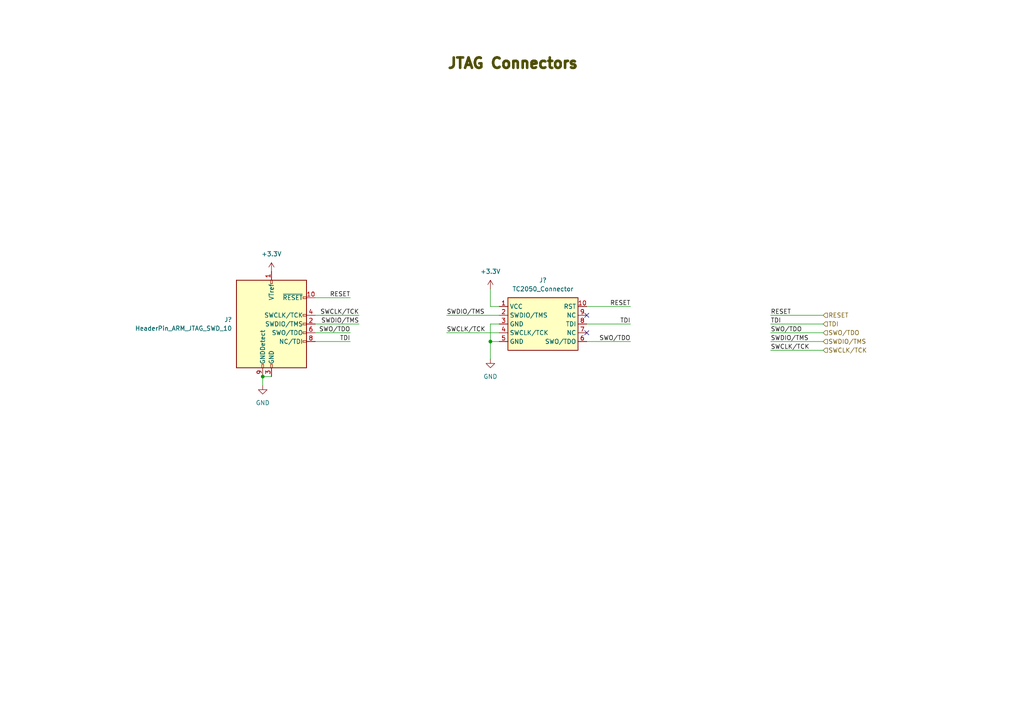
<source format=kicad_sch>
(kicad_sch (version 20230121) (generator eeschema)
  (paper "A4")
  (title_block (title "JTAG Connectors") (date "2023-06-28") (rev "R1"))
  (lib_symbols
    (symbol "Connector:Conn_ARM_JTAG_SWD_10" (pin_names (offset 1.016))
      (property "Reference" "J" (at -2.54 16.51 0))
      (property "Value" "Conn_ARM_JTAG_SWD_10" (at -2.54 13.97 0))
      (symbol "Conn_ARM_JTAG_SWD_10_0_1"
        (rectangle (start -10.16 12.7) (end 10.16 -12.7) (stroke (width 0.254)) (fill (type background)))
        (rectangle (start -2.794 -12.7) (end -2.286 -11.684))
        (rectangle (start -0.254 -12.7) (end 0.254 -11.684))
        (rectangle (start -0.254 12.7) (end 0.254 11.684))
        (rectangle (start 9.144 2.286) (end 10.16 2.794))
        (rectangle (start 10.16 -2.794) (end 9.144 -2.286))
        (rectangle (start 10.16 -0.254) (end 9.144 0.254))
        (rectangle (start 10.16 7.874) (end 9.144 7.366))
      )
      (symbol "Conn_ARM_JTAG_SWD_10_1_1"
        (rectangle (start 9.144 -5.334) (end 10.16 -4.826))
        (pin power_in line (at 0 15.24 270) (length 2.54) (name "VTref") (number "1"))
        (pin open_collector line (at 12.7 7.62 180) (length 2.54) (name "~{RESET}") (number "10"))
        (pin bidirectional line (at 12.7 0 180) (length 2.54) (name "SWDIO/TMS") (number "2"))
        (pin power_in line (at 0 -15.24 90) (length 2.54) (name "GND") (number "3"))
        (pin output line (at 12.7 2.54 180) (length 2.54) (name "SWCLK/TCK") (number "4"))
        (pin passive line (at 0 -15.24 90) (length 2.54) hide (name "GND") (number "5"))
        (pin input line (at 12.7 -2.54 180) (length 2.54) (name "SWO/TDO") (number "6"))
        (pin no_connect line (at -10.16 0 0) (length 2.54) hide (name "KEY") (number "7"))
        (pin output line (at 12.7 -5.08 180) (length 2.54) (name "NC/TDI") (number "8"))
        (pin passive line (at -2.54 -15.24 90) (length 2.54) (name "GNDDetect") (number "9"))
      )
    )
    (symbol "My Libraries:TC2050_Connector"
      (property "Reference" "J" (at 0 10.16 0))
      (property "Value" "TC2050_Connector" (at -7.62 0 0))
      (symbol "TC2050_Connector_1_1"
        (rectangle (start -10.16 7.62) (end 10.16 -7.62) (stroke (width 0.254)) (fill (type background)))
        (pin passive line (at -12.7 5.08 0) (length 2.54) (name "VCC") (number "1"))
        (pin passive line (at 12.7 5.08 180) (length 2.54) (name "RST") (number "10"))
        (pin passive line (at -12.7 2.54 0) (length 2.54) (name "SWDIO/TMS") (number "2"))
        (pin passive line (at -12.7 0 0) (length 2.54) (name "GND") (number "3"))
        (pin passive line (at -12.7 -2.54 0) (length 2.54) (name "SWCLK/TCK") (number "4"))
        (pin passive line (at -12.7 -5.08 0) (length 2.54) (name "GND") (number "5"))
        (pin passive line (at 12.7 -5.08 180) (length 2.54) (name "SWO/TDO") (number "6"))
        (pin passive line (at 12.7 -2.54 180) (length 2.54) (name "NC") (number "7"))
        (pin passive line (at 12.7 0 180) (length 2.54) (name "TDI") (number "8"))
        (pin passive line (at 12.7 2.54 180) (length 2.54) (name "NC") (number "9"))
      )
    )
    (symbol "power:+3.3V" (power) (pin_names (offset 0))
      (property "Value" "+3.3V" (at 0 3.556 0))
      (symbol "+3.3V_0_1"
        (polyline (pts (xy -0.762 1.27) (xy 0 2.54)))
        (polyline (pts (xy 0 0) (xy 0 2.54)))
        (polyline (pts (xy 0 2.54) (xy 0.762 1.27)))
      )
      (symbol "+3.3V_1_1"
        (pin power_in line (at 0 0 90) (length 0) hide (name "+3.3V") (number "1"))
      )
    )
    (symbol "power:GND" (power) (pin_names (offset 0))
      (property "Value" "GND" (at 0 -3.81 0))
      (symbol "GND_0_1"
        (polyline (pts (xy 0 0) (xy 0 -1.27) (xy 1.27 -1.27) (xy 0 -2.54) (xy -1.27 -1.27) (xy 0 -1.27)))
      )
      (symbol "GND_1_1"
        (pin power_in line (at 0 0 270) (length 0) hide (name "GND") (number "1"))
      )
    )
  )
  (junction (at 76.2 109.22))
  (junction (at 142.24 99.06))
  (no_connect (at 170.18 91.44))
  (no_connect (at 170.18 96.52))
  (wire (pts (xy 223.52 99.06) (xy 238.76 99.06)))
  (wire (pts (xy 142.24 99.06) (xy 142.24 104.14)))
  (wire (pts (xy 91.44 96.52) (xy 101.6 96.52)))
  (wire (pts (xy 91.44 93.98) (xy 104.14 93.98)))
  (wire (pts (xy 76.2 109.22) (xy 76.2 111.76)))
  (wire (pts (xy 76.2 109.22) (xy 78.74 109.22)))
  (wire (pts (xy 142.24 99.06) (xy 144.78 99.06)))
  (wire (pts (xy 170.18 88.9) (xy 182.88 88.9)))
  (wire (pts (xy 238.76 93.98) (xy 223.52 93.98)))
  (wire (pts (xy 144.78 88.9) (xy 142.24 88.9)))
  (wire (pts (xy 170.18 93.98) (xy 182.88 93.98)))
  (wire (pts (xy 129.54 91.44) (xy 144.78 91.44)))
  (wire (pts (xy 223.52 101.6) (xy 238.76 101.6)))
  (wire (pts (xy 129.54 96.52) (xy 144.78 96.52)))
  (wire (pts (xy 91.44 99.06) (xy 101.6 99.06)))
  (wire (pts (xy 91.44 91.44) (xy 104.14 91.44)))
  (wire (pts (xy 142.24 93.98) (xy 142.24 99.06)))
  (wire (pts (xy 238.76 96.52) (xy 223.52 96.52)))
  (wire (pts (xy 170.18 99.06) (xy 182.88 99.06)))
  (wire (pts (xy 91.44 86.36) (xy 101.6 86.36)))
  (wire (pts (xy 142.24 88.9) (xy 142.24 83.82)))
  (wire (pts (xy 238.76 91.44) (xy 223.52 91.44)))
  (wire (pts (xy 144.78 93.98) (xy 142.24 93.98)))
  (text "${TITLE}" (at 129.54 20.32 0) (effects (font (size 3 3) (thickness 0.8) bold) (justify left bottom)))
  (label "SWCLK{slash}TCK" (at 104.14 91.44 180))
  (label "SWO{slash}TDO" (at 182.88 99.06 180))
  (label "RESET" (at 101.6 86.36 180))
  (label "SWCLK{slash}TCK" (at 223.52 101.6 0))
  (label "TDI" (at 182.88 93.98 180))
  (label "TDI" (at 101.6 99.06 180))
  (label "SWDIO{slash}TMS" (at 129.54 91.44 0))
  (label "TDI" (at 223.52 93.98 0))
  (label "RESET" (at 223.52 91.44 0))
  (label "RESET" (at 182.88 88.9 180))
  (label "SWCLK{slash}TCK" (at 129.54 96.52 0))
  (label "SWDIO{slash}TMS" (at 104.14 93.98 180))
  (label "SWO{slash}TDO" (at 101.6 96.52 180))
  (label "SWDIO{slash}TMS" (at 223.52 99.06 0))
  (label "SWO{slash}TDO" (at 223.52 96.52 0))
  (hierarchical_label "SWDIO{slash}TMS" (shape input) (at 238.76 99.06 0))
  (hierarchical_label "SWCLK{slash}TCK" (shape input) (at 238.76 101.6 0))
  (hierarchical_label "SWO{slash}TDO" (shape input) (at 238.76 96.52 0))
  (hierarchical_label "TDI" (shape input) (at 238.76 93.98 0))
  (hierarchical_label "RESET" (shape input) (at 238.76 91.44 0))
  (symbol (lib_id "My Libraries:TC2050_Connector") (at 157.48 93.98 0) (unit 1)
    (property "Reference" "J?" (at 157.48 81.28 0))
    (property "Value" "TC2050_Connector" (at 157.48 83.82 0))
    (property "Footprint" "Connector:Tag-Connect_TC2050-IDC-NL_2x05_P1.27mm_Vertical" (effects hide))
    (instances (project "serial_io_expander" (path "" (reference "J?") (unit 1)) (path "" (reference "J7") (unit 1))))
  )
  (symbol (lib_id "power:GND") (at 76.2 111.76 0) (unit 1)
    (property "Reference" "#PWR?" (effects hide))
    (property "Value" "GND" (at 76.2 116.84 0))
    (instances (project "serial_io_expander" (path "" (reference "#PWR?") (unit 1)) (path "" (reference "#PWR0277") (unit 1))))
  )
  (symbol (lib_id "power:GND") (at 142.24 104.14 0) (unit 1)
    (property "Reference" "#PWR?" (effects hide))
    (property "Value" "GND" (at 142.24 109.22 0))
    (instances (project "serial_io_expander" (path "" (reference "#PWR?") (unit 1)) (path "" (reference "#PWR0279") (unit 1))))
  )
  (symbol (lib_id "power:+3.3V") (at 78.74 78.74 0) (unit 1)
    (property "Reference" "#PWR?" (effects hide))
    (property "Value" "+3.3V" (at 78.74 73.66 0))
    (instances (project "serial_io_expander" (path "" (reference "#PWR?") (unit 1)) (path "" (reference "#PWR0280") (unit 1))))
  )
  (symbol (lib_id "Connector:Conn_ARM_JTAG_SWD_10") (at 78.74 93.98 0) (unit 1)
    (property "Reference" "J?" (at 67.31 92.71 0) (effects (justify right)))
    (property "Value" "HeaderPin_ARM_JTAG_SWD_10" (at 67.31 95.25 0) (effects (justify right)))
    (property "Footprint" "Connector_PinHeader_2.54mm:PinHeader_2x05_P2.54mm_Vertical" (effects hide))
    (property "Datasheet" "http://infocenter.arm.com/help/topic/com.arm.doc.ddi0314h/DDI0314H_coresight_components_trm.pdf" (effects hide))
    (instances (project "serial_io_expander" (path "" (reference "J?") (unit 1)) (path "" (reference "J6") (unit 1))))
  )
  (symbol (lib_id "power:+3.3V") (at 142.24 83.82 0) (unit 1)
    (property "Reference" "#PWR?" (effects hide))
    (property "Value" "+3.3V" (at 142.24 78.74 0))
    (instances (project "serial_io_expander" (path "" (reference "#PWR?") (unit 1)) (path "" (reference "#PWR0278") (unit 1))))
  )
)
</source>
